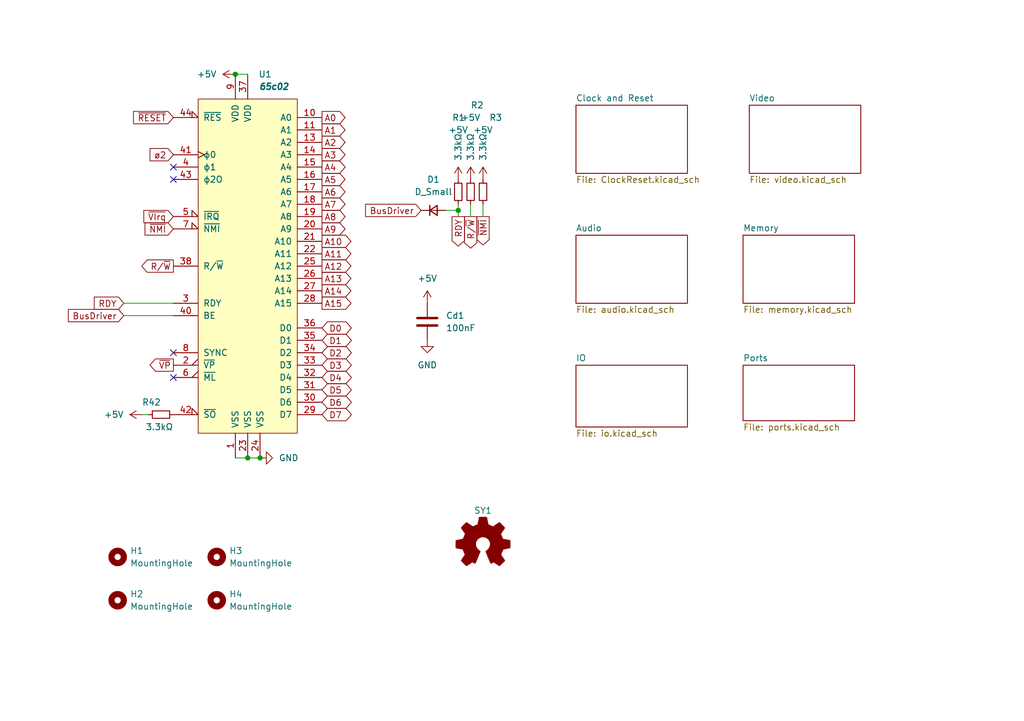
<source format=kicad_sch>
(kicad_sch (version 20230121) (generator eeschema)
  (paper "A5")
  (title_block (title "KITTY Computer"))
  (lib_symbols
    (symbol "65xx:W65C02SxPL" (pin_names (offset 1.016))
      (property "Reference" "U" (at -10.16 35.56 0))
      (property "Value" "W65C02SxPL" (at 0 0 90))
      (symbol "W65C02SxPL_0_1"
        (rectangle (start -10.16 34.29) (end 10.16 -34.29) (fill (type background)))
      )
      (symbol "W65C02SxPL_1_1"
        (pin power_in line (at -2.54 -39.37 90) (length 5.08) (name "VSS") (number "1"))
        (pin tri_state line (at 15.24 30.48 180) (length 5.08) (name "A0") (number "10"))
        (pin tri_state line (at 15.24 27.94 180) (length 5.08) (name "A1") (number "11"))
        (pin no_connect non_logic (at -10.16 -25.4 0) (length 2.54) hide (name "nc") (number "12"))
        (pin tri_state line (at 15.24 25.4 180) (length 5.08) (name "A2") (number "13"))
        (pin tri_state line (at 15.24 22.86 180) (length 5.08) (name "A3") (number "14"))
        (pin tri_state line (at 15.24 20.32 180) (length 5.08) (name "A4") (number "15"))
        (pin tri_state line (at 15.24 17.78 180) (length 5.08) (name "A5") (number "16"))
        (pin tri_state line (at 15.24 15.24 180) (length 5.08) (name "A6") (number "17"))
        (pin tri_state line (at 15.24 12.7 180) (length 5.08) (name "A7") (number "18"))
        (pin tri_state line (at 15.24 10.16 180) (length 5.08) (name "A8") (number "19"))
        (pin output output_low (at -15.24 -20.32 0) (length 5.08) (name "~{VP}") (number "2"))
        (pin tri_state line (at 15.24 7.62 180) (length 5.08) (name "A9") (number "20"))
        (pin tri_state line (at 15.24 5.08 180) (length 5.08) (name "A10") (number "21"))
        (pin tri_state line (at 15.24 2.54 180) (length 5.08) (name "A11") (number "22"))
        (pin power_in line (at 0 -39.37 90) (length 5.08) (name "VSS") (number "23"))
        (pin power_in line (at 2.54 -39.37 90) (length 5.08) (name "VSS") (number "24"))
        (pin tri_state line (at 15.24 0 180) (length 5.08) (name "A12") (number "25"))
        (pin tri_state line (at 15.24 -2.54 180) (length 5.08) (name "A13") (number "26"))
        (pin tri_state line (at 15.24 -5.08 180) (length 5.08) (name "A14") (number "27"))
        (pin tri_state line (at 15.24 -7.62 180) (length 5.08) (name "A15") (number "28"))
        (pin bidirectional line (at 15.24 -30.48 180) (length 5.08) (name "D7") (number "29"))
        (pin open_collector line (at -15.24 -7.62 0) (length 5.08) (name "RDY") (number "3"))
        (pin bidirectional line (at 15.24 -27.94 180) (length 5.08) (name "D6") (number "30"))
        (pin bidirectional line (at 15.24 -25.4 180) (length 5.08) (name "D5") (number "31"))
        (pin bidirectional line (at 15.24 -22.86 180) (length 5.08) (name "D4") (number "32"))
        (pin bidirectional line (at 15.24 -20.32 180) (length 5.08) (name "D3") (number "33"))
        (pin bidirectional line (at 15.24 -17.78 180) (length 5.08) (name "D2") (number "34"))
        (pin bidirectional line (at 15.24 -15.24 180) (length 5.08) (name "D1") (number "35"))
        (pin bidirectional line (at 15.24 -12.7 180) (length 5.08) (name "D0") (number "36"))
        (pin power_in line (at 0 39.37 270) (length 5.08) (name "VDD") (number "37"))
        (pin tri_state line (at -15.24 0 0) (length 5.08) (name "R/~{W}") (number "38"))
        (pin no_connect non_logic (at -10.16 -27.94 0) (length 2.54) hide (name "nc") (number "39"))
        (pin output line (at -15.24 20.32 0) (length 5.08) (name "ϕ1") (number "4"))
        (pin input line (at -15.24 -10.16 0) (length 5.08) (name "BE") (number "40"))
        (pin input clock (at -15.24 22.86 0) (length 5.08) (name "ϕ0") (number "41"))
        (pin input input_low (at -15.24 -30.48 0) (length 5.08) (name "~{SO}") (number "42"))
        (pin output line (at -15.24 17.78 0) (length 5.08) (name "ϕ2O") (number "43"))
        (pin input input_low (at -15.24 30.48 0) (length 5.08) (name "~{RES}") (number "44"))
        (pin input input_low (at -15.24 10.16 0) (length 5.08) (name "~{IRQ}") (number "5"))
        (pin output output_low (at -15.24 -22.86 0) (length 5.08) (name "~{ML}") (number "6"))
        (pin input input_low (at -15.24 7.62 0) (length 5.08) (name "~{NMI}") (number "7"))
        (pin output line (at -15.24 -17.78 0) (length 5.08) (name "SYNC") (number "8"))
        (pin power_in line (at -2.54 39.37 270) (length 5.08) (name "VDD") (number "9"))
      )
    )
    (symbol "Device:C" (pin_numbers hide) (pin_names (offset 0.254))
      (property "Reference" "C" (at 0.635 2.54 0))
      (property "Value" "C" (at 0.635 -2.54 0))
      (symbol "C_0_1"
        (polyline (pts (xy -2.032 -0.762) (xy 2.032 -0.762)) (stroke (width 0.508)))
        (polyline (pts (xy -2.032 0.762) (xy 2.032 0.762)) (stroke (width 0.508)))
      )
      (symbol "C_1_1"
        (pin passive line (at 0 3.81 270) (length 2.794) (name "~") (number "1"))
        (pin passive line (at 0 -3.81 90) (length 2.794) (name "~") (number "2"))
      )
    )
    (symbol "Device:D_Small" (pin_numbers hide) (pin_names (offset 0.254) hide)
      (property "Reference" "D" (at -1.27 2.032 0))
      (property "Value" "D_Small" (at -3.81 -2.032 0))
      (symbol "D_Small_0_1"
        (polyline (pts (xy -0.762 -1.016) (xy -0.762 1.016)) (stroke (width 0.254)))
        (polyline (pts (xy -0.762 0) (xy 0.762 0)))
        (polyline (pts (xy 0.762 -1.016) (xy -0.762 0) (xy 0.762 1.016) (xy 0.762 -1.016)) (stroke (width 0.254)))
      )
      (symbol "D_Small_1_1"
        (pin passive line (at -2.54 0 0) (length 1.778) (name "K") (number "1"))
        (pin passive line (at 2.54 0 180) (length 1.778) (name "A") (number "2"))
      )
    )
    (symbol "Device:R_Small" (pin_numbers hide) (pin_names (offset 0.254) hide)
      (property "Reference" "R" (at 0.762 0.508 0))
      (property "Value" "R_Small" (at 0.762 -1.016 0))
      (symbol "R_Small_0_1"
        (rectangle (start -0.762 1.778) (end 0.762 -1.778) (stroke (width 0.2032)))
      )
      (symbol "R_Small_1_1"
        (pin passive line (at 0 2.54 270) (length 0.762) (name "~") (number "1"))
        (pin passive line (at 0 -2.54 90) (length 0.762) (name "~") (number "2"))
      )
    )
    (symbol "Graphic:Logo_Open_Hardware_Small" (in_bom no) (on_board no)
      (symbol "Logo_Open_Hardware_Small_0_1"
        (polyline (pts (xy 3.3528 -4.3434) (xy 3.302 -4.318) (xy 3.175 -4.2418) (xy 2.9972 -4.1148) (xy 2.7686 -3.9624) (xy 2.54 -3.81) (xy 2.3622 -3.7084) (xy 2.2352 -3.6068) (xy 2.1844 -3.5814) (xy 2.159 -3.6068) (xy 2.0574 -3.6576) (xy 1.905 -3.7338) (xy 1.8034 -3.7846) (xy 1.6764 -3.8354) (xy 1.6002 -3.8354) (xy 1.6002 -3.8354) (xy 1.5494 -3.7338) (xy 1.4732 -3.5306) (xy 1.3462 -3.302) (xy 1.2446 -3.0226) (xy 1.1176 -2.7178) (xy 0.9652 -2.413) (xy 0.8636 -2.1082) (xy 0.7366 -1.8288) (xy 0.6604 -1.6256) (xy 0.6096 -1.4732) (xy 0.5842 -1.397) (xy 0.5842 -1.397) (xy 0.6604 -1.3208) (xy 0.7874 -1.2446) (xy 1.0414 -1.016) (xy 1.2954 -0.6858) (xy 1.4478 -0.3302) (xy 1.524 0.0762) (xy 1.4732 0.4572) (xy 1.3208 0.8128) (xy 1.0668 1.143) (xy 0.762 1.3716) (xy 0.4064 1.524) (xy 0 1.5748) (xy -0.381 1.5494) (xy -0.7366 1.397) (xy -1.0668 1.143) (xy -1.2192 0.9906) (xy -1.397 0.6604) (xy -1.524 0.3048) (xy -1.524 0.2286) (xy -1.4986 -0.1778) (xy -1.397 -0.5334) (xy -1.1938 -0.8636) (xy -0.9144 -1.143) (xy -0.8636 -1.1684) (xy -0.7366 -1.27) (xy -0.635 -1.3462) (xy -0.5842 -1.397) (xy -1.0668 -2.5908) (xy -1.143 -2.794) (xy -1.2954 -3.1242) (xy -1.397 -3.4036) (xy -1.4986 -3.6322) (xy -1.5748 -3.7846) (xy -1.6002 -3.8354) (xy -1.6002 -3.8354) (xy -1.651 -3.8354) (xy -1.7272 -3.81) (xy -1.905 -3.7338) (xy -2.0066 -3.683) (xy -2.1336 -3.6068) (xy -2.2098 -3.5814) (xy -2.2606 -3.6068) (xy -2.3622 -3.683) (xy -2.54 -3.81) (xy -2.7686 -3.9624) (xy -2.9718 -4.0894) (xy -3.1496 -4.2164) (xy -3.302 -4.318) (xy -3.3528 -4.3434) (xy -3.3782 -4.3434) (xy -3.429 -4.318) (xy -3.5306 -4.2164) (xy -3.7084 -4.064) (xy -3.937 -3.8354) (xy -3.9624 -3.81) (xy -4.1656 -3.6068) (xy -4.318 -3.4544) (xy -4.4196 -3.3274) (xy -4.445 -3.2766) (xy -4.445 -3.2766) (xy -4.4196 -3.2258) (xy -4.318 -3.0734) (xy -4.2164 -2.8956) (xy -4.064 -2.667) (xy -3.6576 -2.0828) (xy -3.8862 -1.5494) (xy -3.937 -1.3716) (xy -4.0386 -1.1684) (xy -4.0894 -1.0414) (xy -4.1148 -0.9652) (xy -4.191 -0.9398) (xy -4.318 -0.9144) (xy -4.5466 -0.8636) (xy -4.8006 -0.8128) (xy -5.0546 -0.7874) (xy -5.2578 -0.7366) (xy -5.4356 -0.7112) (xy -5.5118 -0.6858) (xy -5.5118 -0.6858) (xy -5.5372 -0.635) (xy -5.5372 -0.5588) (xy -5.5372 -0.4318) (xy -5.5626 -0.2286) (xy -5.5626 0.0762) (xy -5.5626 0.127) (xy -5.5372 0.4064) (xy -5.5372 0.635) (xy -5.5372 0.762) (xy -5.5372 0.8382) (xy -5.5372 0.8382) (xy -5.461 0.8382) (xy -5.3086 0.889) (xy -5.08 0.9144) (xy -4.826 0.9652) (xy -4.8006 0.9906) (xy -4.5466 1.0414) (xy -4.318 1.0668) (xy -4.1656 1.1176) (xy -4.0894 1.143) (xy -4.0894 1.143) (xy -4.0386 1.2446) (xy -3.9624 1.4224) (xy -3.8608 1.6256) (xy -3.7846 1.8288) (xy -3.7084 2.0066) (xy -3.6576 2.159) (xy -3.6322 2.2098) (xy -3.6322 2.2098) (xy -3.683 2.286) (xy -3.7592 2.413) (xy -3.8862 2.5908) (xy -4.064 2.8194) (xy -4.064 2.8448) (xy -4.2164 3.0734) (xy -4.3434 3.2512) (xy -4.4196 3.3782) (xy -4.445 3.4544) (xy -4.445 3.4544) (xy -4.3942 3.5052) (xy -4.2926 3.6322) (xy -4.1148 3.81) (xy -3.937 4.0132) (xy -3.8608 4.064) (xy -3.6576 4.2926) (xy -3.5052 4.4196) (xy -3.4036 4.4958) (xy -3.3528 4.5212) (xy -3.3528 4.5212) (xy -3.302 4.4704) (xy -3.1496 4.3688) (xy -2.9718 4.2418) (xy -2.7432 4.0894) (xy -2.7178 4.0894) (xy -2.4892 3.937) (xy -2.3114 3.81) (xy -2.1844 3.7084) (xy -2.1336 3.683) (xy -2.1082 3.683) (xy -2.032 3.7084) (xy -1.8542 3.7592) (xy -1.6764 3.8354) (xy -1.4732 3.937) (xy -1.27 4.0132) (xy -1.143 4.064) (xy -1.0668 4.1148) (xy -1.0668 4.1148) (xy -1.0414 4.191) (xy -1.016 4.3434) (xy -0.9652 4.572) (xy -0.9144 4.8514) (xy -0.889 4.9022) (xy -0.8382 5.1562) (xy -0.8128 5.3848) (xy -0.7874 5.5372) (xy -0.762 5.588) (xy -0.7112 5.6134) (xy -0.5842 5.6134) (xy -0.4064 5.6134) (xy -0.1524 5.6134) (xy 0.0762 5.6134) (xy 0.3302 5.6134) (xy 0.5334 5.6134) (xy 0.6858 5.588) (xy 0.7366 5.588) (xy 0.7366 5.588) (xy 0.762 5.5118) (xy 0.8128 5.334) (xy 0.8382 5.1054) (xy 0.9144 4.826) (xy 0.9144 4.7752) (xy 0.9652 4.5212) (xy 1.016 4.2926) (xy 1.0414 4.1402) (xy 1.0668 4.0894) (xy 1.0668 4.0894) (xy 1.1938 4.0386) (xy 1.3716 3.9624) (xy 1.5748 3.8608) (xy 2.0828 3.6576) (xy 2.7178 4.0894) (xy 2.7686 4.1402) (xy 2.9972 4.2926) (xy 3.175 4.4196) (xy 3.302 4.4958) (xy 3.3782 4.5212) (xy 3.3782 4.5212) (xy 3.429 4.4704) (xy 3.556 4.3434) (xy 3.7338 4.191) (xy 3.9116 3.9878) (xy 4.064 3.8354) (xy 4.2418 3.6576) (xy 4.3434 3.556) (xy 4.4196 3.4798) (xy 4.4196 3.429) (xy 4.4196 3.4036) (xy 4.3942 3.3274) (xy 4.2926 3.2004) (xy 4.1656 2.9972) (xy 4.0132 2.794) (xy 3.8862 2.5908) (xy 3.7592 2.3876) (xy 3.6576 2.2352) (xy 3.6322 2.159) (xy 3.6322 2.1336) (xy 3.683 2.0066) (xy 3.7592 1.8288) (xy 3.8608 1.6002) (xy 4.064 1.1176) (xy 4.3942 1.0414) (xy 4.5974 1.016) (xy 4.8768 0.9652) (xy 5.1308 0.9144) (xy 5.5372 0.8382) (xy 5.5626 -0.6604) (xy 5.4864 -0.6858) (xy 5.4356 -0.6858) (xy 5.2832 -0.7366) (xy 5.0546 -0.762) (xy 4.8006 -0.8128) (xy 4.5974 -0.8636) (xy 4.3688 -0.9144) (xy 4.2164 -0.9398) (xy 4.1402 -0.9398) (xy 4.1148 -0.9652) (xy 4.064 -1.0668) (xy 3.9878 -1.2446) (xy 3.9116 -1.4478) (xy 3.81 -1.651) (xy 3.7338 -1.8542) (xy 3.683 -2.0066) (xy 3.6576 -2.0828) (xy 3.683 -2.1336) (xy 3.7846 -2.2606) (xy 3.8862 -2.4638) (xy 4.0386 -2.667) (xy 4.191 -2.8956) (xy 4.318 -3.0734) (xy 4.3942 -3.2004) (xy 4.445 -3.2766) (xy 4.4196 -3.3274) (xy 4.3434 -3.429) (xy 4.1656 -3.5814) (xy 3.937 -3.8354) (xy 3.8862 -3.8608) (xy 3.683 -4.064) (xy 3.5306 -4.2164) (xy 3.4036 -4.318) (xy 3.3528 -4.3434)) (fill (type outline)))
      )
    )
    (symbol "Mechanical:MountingHole" (pin_names (offset 1.016))
      (property "Reference" "H" (at 0 5.08 0))
      (property "Value" "MountingHole" (at 0 3.175 0))
      (symbol "MountingHole_0_1"
        (circle (center 0 0) (radius 1.27) (stroke (width 1.27)))
      )
    )
    (symbol "power:+5V" (power) (pin_names (offset 0))
      (property "Value" "+5V" (at 0 3.556 0))
      (symbol "+5V_0_1"
        (polyline (pts (xy -0.762 1.27) (xy 0 2.54)))
        (polyline (pts (xy 0 0) (xy 0 2.54)))
        (polyline (pts (xy 0 2.54) (xy 0.762 1.27)))
      )
      (symbol "+5V_1_1"
        (pin power_in line (at 0 0 90) (length 0) hide (name "+5V") (number "1"))
      )
    )
    (symbol "power:GND" (power) (pin_names (offset 0))
      (property "Value" "GND" (at 0 -3.81 0))
      (symbol "GND_0_1"
        (polyline (pts (xy 0 0) (xy 0 -1.27) (xy 1.27 -1.27) (xy 0 -2.54) (xy -1.27 -1.27) (xy 0 -1.27)))
      )
      (symbol "GND_1_1"
        (pin power_in line (at 0 0 270) (length 0) hide (name "GND") (number "1"))
      )
    )
  )
  (junction (at 93.98 43.18))
  (junction (at 50.8 93.98))
  (junction (at 53.34 93.98))
  (junction (at 48.26 15.24))
  (no_connect (at 35.56 34.29))
  (no_connect (at 35.56 77.47))
  (no_connect (at 35.56 36.83))
  (no_connect (at 35.56 72.39))
  (wire (pts (xy 25.4 64.77) (xy 35.56 64.77)))
  (wire (pts (xy 48.26 15.24) (xy 50.8 15.24)))
  (wire (pts (xy 93.98 41.91) (xy 93.98 43.18)))
  (wire (pts (xy 48.26 93.98) (xy 50.8 93.98)))
  (wire (pts (xy 99.06 41.91) (xy 99.06 44.45)))
  (wire (pts (xy 29.21 85.09) (xy 30.48 85.09)))
  (wire (pts (xy 93.98 43.18) (xy 93.98 44.45)))
  (wire (pts (xy 50.8 93.98) (xy 53.34 93.98)))
  (wire (pts (xy 25.4 62.23) (xy 35.56 62.23)))
  (wire (pts (xy 91.44 43.18) (xy 93.98 43.18)))
  (wire (pts (xy 96.52 41.91) (xy 96.52 44.45)))
  (global_label "RDY" (shape output) (at 93.98 44.45 270) (property "Intersheetrefs" "${INTERSHEET_REFS}" (effects hide)))
  (global_label "D4" (shape bidirectional) (at 66.04 77.47 0) (property "Intersheetrefs" "${INTERSHEET_REFS}" (effects hide)))
  (global_label "R{slash}~{W}" (shape output) (at 96.52 44.45 270) (property "Intersheetrefs" "${INTERSHEET_REFS}" (effects hide)))
  (global_label "A6" (shape output) (at 66.04 39.37 0) (property "Intersheetrefs" "${INTERSHEET_REFS}" (effects hide)))
  (global_label "A7" (shape output) (at 66.04 41.91 0) (property "Intersheetrefs" "${INTERSHEET_REFS}" (effects hide)))
  (global_label "RDY" (shape input) (at 25.4 62.23 180) (property "Intersheetrefs" "${INTERSHEET_REFS}" (effects hide)))
  (global_label "A2" (shape output) (at 66.04 29.21 0) (property "Intersheetrefs" "${INTERSHEET_REFS}" (effects hide)))
  (global_label "ø2" (shape input) (at 35.56 31.75 180) (property "Intersheetrefs" "${INTERSHEET_REFS}" (effects hide)))
  (global_label "D3" (shape bidirectional) (at 66.04 74.93 0) (property "Intersheetrefs" "${INTERSHEET_REFS}" (effects hide)))
  (global_label "A10" (shape output) (at 66.04 49.53 0) (property "Intersheetrefs" "${INTERSHEET_REFS}" (effects hide)))
  (global_label "D7" (shape bidirectional) (at 66.04 85.09 0) (property "Intersheetrefs" "${INTERSHEET_REFS}" (effects hide)))
  (global_label "A0" (shape output) (at 66.04 24.13 0) (property "Intersheetrefs" "${INTERSHEET_REFS}" (effects hide)))
  (global_label "A1" (shape output) (at 66.04 26.67 0) (property "Intersheetrefs" "${INTERSHEET_REFS}" (effects hide)))
  (global_label "~{VP}" (shape output) (at 35.56 74.93 180) (property "Intersheetrefs" "${INTERSHEET_REFS}" (effects hide)))
  (global_label "BusDriver" (shape input) (at 86.36 43.18 180) (property "Intersheetrefs" "${INTERSHEET_REFS}" (effects hide)))
  (global_label "A15" (shape output) (at 66.04 62.23 0) (property "Intersheetrefs" "${INTERSHEET_REFS}" (effects hide)))
  (global_label "A5" (shape output) (at 66.04 36.83 0) (property "Intersheetrefs" "${INTERSHEET_REFS}" (effects hide)))
  (global_label "A9" (shape output) (at 66.04 46.99 0) (property "Intersheetrefs" "${INTERSHEET_REFS}" (effects hide)))
  (global_label "~{VIrq}" (shape input) (at 35.56 44.45 180) (property "Intersheetrefs" "${INTERSHEET_REFS}" (effects hide)))
  (global_label "A13" (shape output) (at 66.04 57.15 0) (property "Intersheetrefs" "${INTERSHEET_REFS}" (effects hide)))
  (global_label "A3" (shape output) (at 66.04 31.75 0) (property "Intersheetrefs" "${INTERSHEET_REFS}" (effects hide)))
  (global_label "A14" (shape output) (at 66.04 59.69 0) (property "Intersheetrefs" "${INTERSHEET_REFS}" (effects hide)))
  (global_label "A8" (shape output) (at 66.04 44.45 0) (property "Intersheetrefs" "${INTERSHEET_REFS}" (effects hide)))
  (global_label "D1" (shape bidirectional) (at 66.04 69.85 0) (property "Intersheetrefs" "${INTERSHEET_REFS}" (effects hide)))
  (global_label "D5" (shape bidirectional) (at 66.04 80.01 0) (property "Intersheetrefs" "${INTERSHEET_REFS}" (effects hide)))
  (global_label "~{NMI}" (shape input) (at 35.56 46.99 180) (property "Intersheetrefs" "${INTERSHEET_REFS}" (effects hide)))
  (global_label "~{RESET}" (shape input) (at 35.56 24.13 180) (property "Intersheetrefs" "${INTERSHEET_REFS}" (effects hide)))
  (global_label "D2" (shape bidirectional) (at 66.04 72.39 0) (property "Intersheetrefs" "${INTERSHEET_REFS}" (effects hide)))
  (global_label "R{slash}~{W}" (shape output) (at 35.56 54.61 180) (property "Intersheetrefs" "${INTERSHEET_REFS}" (effects hide)))
  (global_label "D6" (shape bidirectional) (at 66.04 82.55 0) (property "Intersheetrefs" "${INTERSHEET_REFS}" (effects hide)))
  (global_label "A11" (shape output) (at 66.04 52.07 0) (property "Intersheetrefs" "${INTERSHEET_REFS}" (effects hide)))
  (global_label "A4" (shape output) (at 66.04 34.29 0) (property "Intersheetrefs" "${INTERSHEET_REFS}" (effects hide)))
  (global_label "A12" (shape output) (at 66.04 54.61 0) (property "Intersheetrefs" "${INTERSHEET_REFS}" (effects hide)))
  (global_label "D0" (shape bidirectional) (at 66.04 67.31 0) (property "Intersheetrefs" "${INTERSHEET_REFS}" (effects hide)))
  (global_label "~{NMI}" (shape output) (at 99.06 44.45 270) (property "Intersheetrefs" "${INTERSHEET_REFS}" (effects hide)))
  (global_label "BusDriver" (shape input) (at 25.4 64.77 180) (property "Intersheetrefs" "${INTERSHEET_REFS}" (effects hide)))
  (symbol (lib_id "power:GND") (at 53.34 93.98 90) (unit 1)
    (property "Reference" "#PWR03" (effects hide))
    (property "Value" "GND" (at 57.15 93.98 90) (effects (justify right)))
  )
  (symbol (lib_id "power:+5V") (at 48.26 15.24 90) (unit 1)
    (property "Reference" "#PWR02" (effects hide))
    (property "Value" "+5V" (at 44.45 15.24 90) (effects (justify left)))
  )
  (symbol (lib_id "power:+5V") (at 99.06 36.83 0) (unit 1)
    (property "Reference" "#PWR08" (effects hide))
    (property "Value" "+5V" (at 99.06 26.67 0))
  )
  (symbol (lib_id "Graphic:Logo_Open_Hardware_Small") (at 99.06 111.76 0) (unit 1) (in_bom no)
    (property "Reference" "SY1" (at 99.06 104.775 0))
    (property "Value" "Logo_Open_Hardware_Small" (effects hide))
    (property "Footprint" "Symbol:OSHW-Logo_7.5x8mm_SilkScreen" (effects hide))
  )
  (symbol (lib_id "Device:R_Small") (at 99.06 39.37 180) (unit 1)
    (property "Reference" "R3" (at 100.33 24.13 0) (effects (justify right)))
    (property "Value" "3.3kΩ" (at 99.06 33.02 90) (effects (justify right)))
    (property "Footprint" "Resistor_THT:R_Axial_DIN0204_L3.6mm_D1.6mm_P7.62mm_Horizontal" (effects hide))
  )
  (symbol (lib_id "65xx:W65C02SxPL") (at 50.8 54.61 0) (unit 1)
    (property "Reference" "U1" (at 52.9941 15.24 0) (effects (justify left)))
    (property "Value" "65c02" (at 52.9941 17.78 0) (effects (font bold italic) (justify left)))
    (property "Footprint" "PCM_Package_LCC_AKL:PLCC-44_THT-Socket" (effects hide))
    (property "Datasheet" "http://www.westerndesigncenter.com/wdc/documentation/w65c02s.pdf" (effects hide))
  )
  (symbol (lib_id "Device:R_Small") (at 96.52 39.37 180) (unit 1)
    (property "Reference" "R2" (at 96.52 21.59 0) (effects (justify right)))
    (property "Value" "3.3kΩ" (at 96.52 33.02 90) (effects (justify right)))
    (property "Footprint" "Resistor_THT:R_Axial_DIN0204_L3.6mm_D1.6mm_P7.62mm_Horizontal" (effects hide))
  )
  (symbol (lib_id "Device:R_Small") (at 93.98 39.37 180) (unit 1)
    (property "Reference" "R1" (at 92.71 24.13 0) (effects (justify right)))
    (property "Value" "3.3kΩ" (at 93.98 33.02 90) (effects (justify right)))
    (property "Footprint" "Resistor_THT:R_Axial_DIN0204_L3.6mm_D1.6mm_P7.62mm_Horizontal" (effects hide))
  )
  (symbol (lib_id "Mechanical:MountingHole") (at 44.45 114.3 0) (unit 1)
    (property "Reference" "H3" (at 46.99 113.03 0) (effects (justify left)))
    (property "Value" "MountingHole" (at 46.99 115.57 0) (effects (justify left)))
    (property "Footprint" "MountingHole:MountingHole_3.2mm_M3_ISO14580" (effects hide))
  )
  (symbol (lib_id "power:+5V") (at 93.98 36.83 0) (unit 1)
    (property "Reference" "#PWR06" (effects hide))
    (property "Value" "+5V" (at 93.98 26.67 0))
  )
  (symbol (lib_id "Mechanical:MountingHole") (at 44.45 123.19 0) (unit 1)
    (property "Reference" "H4" (at 46.99 121.92 0) (effects (justify left)))
    (property "Value" "MountingHole" (at 46.99 124.46 0) (effects (justify left)))
    (property "Footprint" "MountingHole:MountingHole_3.2mm_M3_ISO14580" (effects hide))
  )
  (symbol (lib_id "Device:D_Small") (at 88.9 43.18 0) (unit 1)
    (property "Reference" "D1" (at 88.9 36.83 0))
    (property "Value" "D_Small" (at 88.9 39.37 0))
    (property "Footprint" "Diode_THT:D_DO-34_SOD68_P7.62mm_Horizontal" (effects hide))
    (property "Sim.Device" "D" (effects hide))
    (property "Sim.Pins" "1=K 2=A" (effects hide))
  )
  (symbol (lib_id "power:+5V") (at 29.21 85.09 90) (unit 1)
    (property "Reference" "#PWR01" (effects hide))
    (property "Value" "+5V" (at 25.4 85.09 90) (effects (justify left)))
  )
  (symbol (lib_id "Device:C") (at 87.63 66.04 0) (unit 1)
    (property "Reference" "Cd1" (at 91.44 64.77 0) (effects (justify left)))
    (property "Value" "100nF" (at 91.44 67.31 0) (effects (justify left)))
    (property "Footprint" "Capacitor_THT:C_Disc_D3.0mm_W2.0mm_P2.50mm" (effects hide))
  )
  (symbol (lib_id "Mechanical:MountingHole") (at 24.13 114.3 0) (unit 1)
    (property "Reference" "H1" (at 26.67 113.03 0) (effects (justify left)))
    (property "Value" "MountingHole" (at 26.67 115.57 0) (effects (justify left)))
    (property "Footprint" "MountingHole:MountingHole_3.2mm_M3_ISO14580" (effects hide))
  )
  (symbol (lib_id "Mechanical:MountingHole") (at 24.13 123.19 0) (unit 1)
    (property "Reference" "H2" (at 26.67 121.92 0) (effects (justify left)))
    (property "Value" "MountingHole" (at 26.67 124.46 0) (effects (justify left)))
    (property "Footprint" "MountingHole:MountingHole_3.2mm_M3_ISO14580" (effects hide))
  )
  (symbol (lib_id "Device:R_Small") (at 33.02 85.09 270) (unit 1)
    (property "Reference" "R42" (at 33.02 82.55 90) (effects (justify right)))
    (property "Value" "3.3kΩ" (at 35.56 87.63 90) (effects (justify right)))
    (property "Footprint" "Resistor_THT:R_Axial_DIN0204_L3.6mm_D1.6mm_P7.62mm_Horizontal" (effects hide))
  )
  (symbol (lib_id "power:+5V") (at 96.52 36.83 0) (unit 1)
    (property "Reference" "#PWR07" (effects hide))
    (property "Value" "+5V" (at 96.52 24.13 0))
  )
  (symbol (lib_id "power:GND") (at 87.63 69.85 0) (unit 1)
    (property "Reference" "#PWR05" (effects hide))
    (property "Value" "GND" (at 87.63 74.93 0))
  )
  (symbol (lib_id "power:+5V") (at 87.63 62.23 0) (unit 1)
    (property "Reference" "#PWR04" (effects hide))
    (property "Value" "+5V" (at 87.63 57.15 0))
  )
  (sheet (at 153.67 21.59) (size 22.86 13.97) (stroke (width 0.1524))
    (property "Sheetname" "Video" (at 153.67 20.8784 0) (effects (justify left bottom)))
    (property "Sheetfile" "video.kicad_sch" (at 153.67 36.1446 0) (effects (justify left top)))
  )
  (sheet (at 118.11 48.26) (size 22.86 13.97) (stroke (width 0.1524))
    (property "Sheetname" "Audio" (at 118.11 47.5484 0) (effects (justify left bottom)))
    (property "Sheetfile" "audio.kicad_sch" (at 118.11 62.8146 0) (effects (justify left top)))
  )
  (sheet (at 118.11 21.59) (size 22.86 13.97) (stroke (width 0.1524))
    (property "Sheetname" "Clock and Reset" (at 118.11 20.8784 0) (effects (justify left bottom)))
    (property "Sheetfile" "ClockReset.kicad_sch" (at 118.11 36.1446 0) (effects (justify left top)))
  )
  (sheet (at 118.11 74.93) (size 22.86 12.7) (stroke (width 0.1524))
    (property "Sheetname" "IO" (at 118.11 74.2184 0) (effects (justify left bottom)))
    (property "Sheetfile" "io.kicad_sch" (at 118.11 88.2146 0) (effects (justify left top)))
  )
  (sheet (at 152.4 74.93) (size 22.86 11.43) (stroke (width 0.1524))
    (property "Sheetname" "Ports" (at 152.4 74.2184 0) (effects (justify left bottom)))
    (property "Sheetfile" "ports.kicad_sch" (at 152.4 86.9446 0) (effects (justify left top)))
  )
  (sheet (at 152.4 48.26) (size 22.86 13.97) (stroke (width 0.1524))
    (property "Sheetname" "Memory" (at 152.4 47.5484 0) (effects (justify left bottom)))
    (property "Sheetfile" "memory.kicad_sch" (at 152.4 62.8146 0) (effects (justify left top)))
  )
)
</source>
